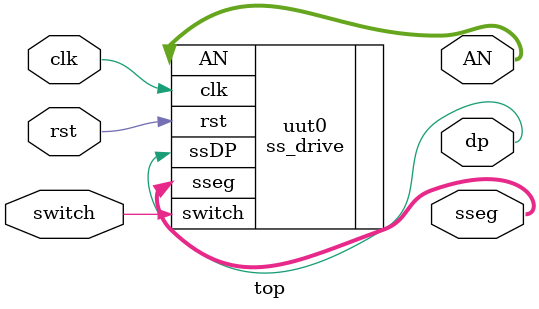
<source format=v>
`timescale 1ns / 1ps

module top(
	input clk, rst, switch,
	output dp,
	output [6:0]sseg,
	output [7:0]AN
    );

ss_drive uut0(.clk(clk), .rst(rst), .switch(switch), .sseg(sseg), .ssDP(dp), .AN(AN));
    
endmodule

</source>
